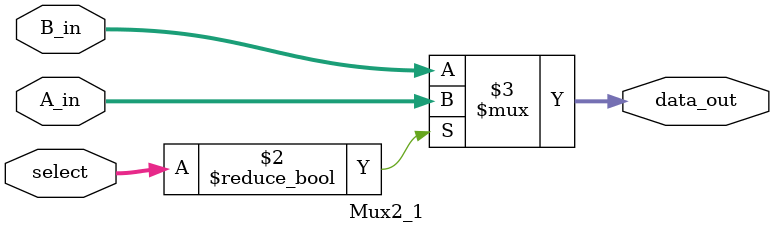
<source format=v>
module Mux2_1(input[31:0] A_in, B_in, input[1:0] select, output reg [31:0] data_out);
always @(*)begin
    data_out <= select ? A_in : B_in;
  end
endmodule

</source>
